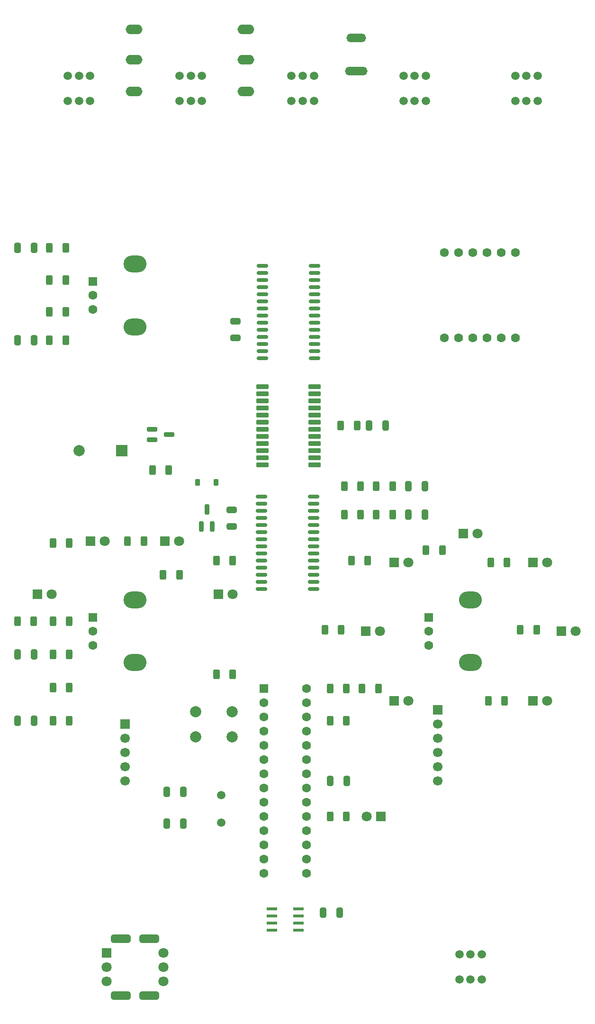
<source format=gbr>
%TF.GenerationSoftware,KiCad,Pcbnew,9.0.6*%
%TF.CreationDate,2026-02-15T15:46:47-05:00*%
%TF.ProjectId,Darkroom Timer,4461726b-726f-46f6-9d20-54696d65722e,rev?*%
%TF.SameCoordinates,Original*%
%TF.FileFunction,Soldermask,Top*%
%TF.FilePolarity,Negative*%
%FSLAX46Y46*%
G04 Gerber Fmt 4.6, Leading zero omitted, Abs format (unit mm)*
G04 Created by KiCad (PCBNEW 9.0.6) date 2026-02-15 15:46:47*
%MOMM*%
%LPD*%
G01*
G04 APERTURE LIST*
G04 Aperture macros list*
%AMRoundRect*
0 Rectangle with rounded corners*
0 $1 Rounding radius*
0 $2 $3 $4 $5 $6 $7 $8 $9 X,Y pos of 4 corners*
0 Add a 4 corners polygon primitive as box body*
4,1,4,$2,$3,$4,$5,$6,$7,$8,$9,$2,$3,0*
0 Add four circle primitives for the rounded corners*
1,1,$1+$1,$2,$3*
1,1,$1+$1,$4,$5*
1,1,$1+$1,$6,$7*
1,1,$1+$1,$8,$9*
0 Add four rect primitives between the rounded corners*
20,1,$1+$1,$2,$3,$4,$5,0*
20,1,$1+$1,$4,$5,$6,$7,0*
20,1,$1+$1,$6,$7,$8,$9,0*
20,1,$1+$1,$8,$9,$2,$3,0*%
G04 Aperture macros list end*
%ADD10RoundRect,0.250000X-0.325000X-0.650000X0.325000X-0.650000X0.325000X0.650000X-0.325000X0.650000X0*%
%ADD11C,1.498600*%
%ADD12R,1.800000X1.800000*%
%ADD13C,1.800000*%
%ADD14RoundRect,0.250000X0.312500X0.625000X-0.312500X0.625000X-0.312500X-0.625000X0.312500X-0.625000X0*%
%ADD15RoundRect,0.200000X0.200000X-0.750000X0.200000X0.750000X-0.200000X0.750000X-0.200000X-0.750000X0*%
%ADD16RoundRect,0.250000X-0.312500X-0.625000X0.312500X-0.625000X0.312500X0.625000X-0.312500X0.625000X0*%
%ADD17O,3.008000X1.708000*%
%ADD18R,2.000000X2.000000*%
%ADD19C,2.000000*%
%ADD20RoundRect,0.250000X0.650000X-0.325000X0.650000X0.325000X-0.650000X0.325000X-0.650000X-0.325000X0*%
%ADD21O,4.013200X1.498600*%
%ADD22O,3.505200X1.498600*%
%ADD23RoundRect,0.099250X-1.027750X-0.297750X1.027750X-0.297750X1.027750X0.297750X-1.027750X0.297750X0*%
%ADD24RoundRect,0.250000X-0.550000X-0.550000X0.550000X-0.550000X0.550000X0.550000X-0.550000X0.550000X0*%
%ADD25C,1.600000*%
%ADD26O,4.100000X3.000000*%
%ADD27RoundRect,0.150000X-0.875000X-0.150000X0.875000X-0.150000X0.875000X0.150000X-0.875000X0.150000X0*%
%ADD28C,1.500000*%
%ADD29RoundRect,0.225000X0.225000X0.375000X-0.225000X0.375000X-0.225000X-0.375000X0.225000X-0.375000X0*%
%ADD30R,1.700000X1.700000*%
%ADD31C,1.700000*%
%ADD32RoundRect,0.250000X0.325000X0.650000X-0.325000X0.650000X-0.325000X-0.650000X0.325000X-0.650000X0*%
%ADD33RoundRect,0.375000X-1.375000X-0.375000X1.375000X-0.375000X1.375000X0.375000X-1.375000X0.375000X0*%
%ADD34R,1.981200X0.558800*%
%ADD35RoundRect,0.150000X0.875000X0.150000X-0.875000X0.150000X-0.875000X-0.150000X0.875000X-0.150000X0*%
%ADD36C,1.604000*%
%ADD37RoundRect,0.200000X-0.750000X-0.200000X0.750000X-0.200000X0.750000X0.200000X-0.750000X0.200000X0*%
%ADD38RoundRect,0.250000X-0.650000X0.325000X-0.650000X-0.325000X0.650000X-0.325000X0.650000X0.325000X0*%
G04 APERTURE END LIST*
D10*
%TO.C,C10*%
X98855000Y-106045000D03*
X101805000Y-106045000D03*
%TD*%
D11*
%TO.C,SW8*%
X98000000Y-32749999D03*
X100000000Y-32749999D03*
X102000001Y-32749999D03*
X98000000Y-37250000D03*
X100000000Y-37250000D03*
X102000001Y-37250000D03*
%TD*%
D10*
%TO.C,C5*%
X83615000Y-182245000D03*
X86565000Y-182245000D03*
%TD*%
D12*
%TO.C,D13*%
X93980000Y-165100000D03*
D13*
X91440000Y-165100000D03*
%TD*%
D14*
%TO.C,R10*%
X121792500Y-131760000D03*
X118867500Y-131760000D03*
%TD*%
D15*
%TO.C,Q3*%
X61915000Y-113260000D03*
X63815000Y-113260000D03*
X62865000Y-110260000D03*
%TD*%
D16*
%TO.C,R20*%
X34732500Y-74930000D03*
X37657500Y-74930000D03*
%TD*%
D17*
%TO.C,J1*%
X49845000Y-24445000D03*
X49845000Y-29845000D03*
X49845000Y-35544999D03*
%TD*%
D11*
%TO.C,SW6*%
X58000000Y-32749999D03*
X60000000Y-32749999D03*
X62000001Y-32749999D03*
X58000000Y-37250000D03*
X60000000Y-37250000D03*
X62000001Y-37250000D03*
%TD*%
D16*
%TO.C,R14*%
X84897500Y-165100000D03*
X87822500Y-165100000D03*
%TD*%
D14*
%TO.C,R9*%
X116520000Y-119695000D03*
X113595000Y-119695000D03*
%TD*%
D16*
%TO.C,R24*%
X35367500Y-130175000D03*
X38292500Y-130175000D03*
%TD*%
D10*
%TO.C,C1*%
X91870000Y-95250000D03*
X94820000Y-95250000D03*
%TD*%
D14*
%TO.C,R16*%
X87822500Y-147955000D03*
X84897500Y-147955000D03*
%TD*%
D18*
%TO.C,BZ1*%
X47625000Y-99695000D03*
D19*
X40025000Y-99695000D03*
%TD*%
D20*
%TO.C,C2*%
X67310000Y-113235000D03*
X67310000Y-110285000D03*
%TD*%
D16*
%TO.C,R12*%
X86802500Y-95250000D03*
X89727500Y-95250000D03*
%TD*%
D21*
%TO.C,J3*%
X89535000Y-31944201D03*
D22*
X89535000Y-25944200D03*
%TD*%
D19*
%TO.C,SW11*%
X60885000Y-146340000D03*
X67385000Y-146340000D03*
X60885000Y-150840000D03*
X67385000Y-150840000D03*
%TD*%
D23*
%TO.C,U4*%
X72815000Y-88265000D03*
X72815000Y-89535000D03*
X72815000Y-90805000D03*
X72815000Y-92075000D03*
X72815000Y-93345000D03*
X72815000Y-94615000D03*
X72815000Y-95885000D03*
X72815000Y-97155000D03*
X72815000Y-98425000D03*
X72815000Y-99695000D03*
X72815000Y-100965000D03*
X72815000Y-102235000D03*
X82125000Y-102235000D03*
X82125000Y-100965000D03*
X82125000Y-99695000D03*
X82125000Y-98425000D03*
X82125000Y-97155000D03*
X82125000Y-95885000D03*
X82125000Y-94615000D03*
X82125000Y-93345000D03*
X82125000Y-92075000D03*
X82125000Y-90805000D03*
X82125000Y-89535000D03*
X82125000Y-88265000D03*
%TD*%
D14*
%TO.C,R2*%
X38292500Y-116205000D03*
X35367500Y-116205000D03*
%TD*%
D24*
%TO.C,SW1*%
X42500000Y-69500000D03*
D25*
X42500000Y-74500000D03*
X42500000Y-72000000D03*
D26*
X50000000Y-66400000D03*
X50000000Y-77600000D03*
%TD*%
D16*
%TO.C,R30*%
X64577500Y-119380000D03*
X67502500Y-119380000D03*
%TD*%
D11*
%TO.C,SW10*%
X108000000Y-189749999D03*
X110000000Y-189749999D03*
X112000001Y-189749999D03*
X108000000Y-194250000D03*
X110000000Y-194250000D03*
X112000001Y-194250000D03*
%TD*%
D12*
%TO.C,D9*%
X121115000Y-119700000D03*
D13*
X123655000Y-119700000D03*
%TD*%
D12*
%TO.C,D11*%
X121150000Y-144400000D03*
D13*
X123690000Y-144400000D03*
%TD*%
D14*
%TO.C,R27*%
X96077500Y-111125000D03*
X93152500Y-111125000D03*
%TD*%
%TO.C,R5*%
X93537500Y-142240000D03*
X90612500Y-142240000D03*
%TD*%
%TO.C,R4*%
X57977500Y-121920000D03*
X55052500Y-121920000D03*
%TD*%
%TO.C,R11*%
X116077500Y-144460000D03*
X113152500Y-144460000D03*
%TD*%
D16*
%TO.C,R17*%
X53147500Y-103180000D03*
X56072500Y-103180000D03*
%TD*%
D17*
%TO.C,J5*%
X69850000Y-24445000D03*
X69850000Y-29845000D03*
X69850000Y-35544999D03*
%TD*%
D27*
%TO.C,U1*%
X72820000Y-66675000D03*
X72820000Y-67945000D03*
X72820000Y-69215000D03*
X72820000Y-70485000D03*
X72820000Y-71755000D03*
X72820000Y-73025000D03*
X72820000Y-74295000D03*
X72820000Y-75565000D03*
X72820000Y-76835000D03*
X72820000Y-78105000D03*
X72820000Y-79375000D03*
X72820000Y-80645000D03*
X72820000Y-81915000D03*
X72820000Y-83185000D03*
X82120000Y-83185000D03*
X82120000Y-81915000D03*
X82120000Y-80645000D03*
X82120000Y-79375000D03*
X82120000Y-78105000D03*
X82120000Y-76835000D03*
X82120000Y-75565000D03*
X82120000Y-74295000D03*
X82120000Y-73025000D03*
X82120000Y-71755000D03*
X82120000Y-70485000D03*
X82120000Y-69215000D03*
X82120000Y-67945000D03*
X82120000Y-66675000D03*
%TD*%
D12*
%TO.C,D10*%
X126245000Y-132000000D03*
D13*
X128785000Y-132000000D03*
%TD*%
D16*
%TO.C,R25*%
X35367500Y-142028333D03*
X38292500Y-142028333D03*
%TD*%
D12*
%TO.C,D4*%
X64900000Y-125400000D03*
D13*
X67440000Y-125400000D03*
%TD*%
D14*
%TO.C,R1*%
X31942500Y-130175000D03*
X29017500Y-130175000D03*
%TD*%
%TO.C,R8*%
X104967500Y-117475000D03*
X102042500Y-117475000D03*
%TD*%
D28*
%TO.C,Y2*%
X65405000Y-161290000D03*
X65405000Y-166170000D03*
%TD*%
D29*
%TO.C,D12*%
X64515000Y-105410000D03*
X61215000Y-105410000D03*
%TD*%
D16*
%TO.C,R18*%
X34732500Y-63500000D03*
X37657500Y-63500000D03*
%TD*%
D30*
%TO.C,J2*%
X48260000Y-148590000D03*
D31*
X48260000Y-151130000D03*
X48260000Y-153670000D03*
X48260000Y-156210000D03*
X48260000Y-158750000D03*
%TD*%
D12*
%TO.C,D8*%
X108689039Y-114520000D03*
D13*
X111229039Y-114520000D03*
%TD*%
D12*
%TO.C,D1*%
X32610000Y-125400000D03*
D13*
X35150000Y-125400000D03*
%TD*%
D14*
%TO.C,R7*%
X91632500Y-119380000D03*
X88707500Y-119380000D03*
%TD*%
D32*
%TO.C,C6*%
X31955000Y-80010000D03*
X29005000Y-80010000D03*
%TD*%
%TO.C,C9*%
X31955000Y-147955000D03*
X29005000Y-147955000D03*
%TD*%
D16*
%TO.C,R22*%
X35367500Y-136101667D03*
X38292500Y-136101667D03*
%TD*%
D12*
%TO.C,SW4*%
X44920000Y-189450000D03*
D13*
X55080000Y-189450000D03*
X55080000Y-191990000D03*
X55080000Y-194530000D03*
X44920000Y-194530000D03*
X44920000Y-191990000D03*
D33*
X47460000Y-186910000D03*
X47460000Y-197070000D03*
X52540000Y-186910000D03*
X52540000Y-197070000D03*
%TD*%
D16*
%TO.C,R28*%
X87437500Y-106045000D03*
X90362500Y-106045000D03*
%TD*%
D12*
%TO.C,D2*%
X42110000Y-115900000D03*
D13*
X44650000Y-115900000D03*
%TD*%
D32*
%TO.C,C13*%
X58625000Y-160655000D03*
X55675000Y-160655000D03*
%TD*%
D34*
%TO.C,U5*%
X74472800Y-181610000D03*
X74472800Y-182880000D03*
X74472800Y-184150000D03*
X74472800Y-185420000D03*
X79197200Y-185420000D03*
X79197200Y-184150000D03*
X79197200Y-182880000D03*
X79197200Y-181610000D03*
%TD*%
D16*
%TO.C,R13*%
X64577500Y-139700000D03*
X67502500Y-139700000D03*
%TD*%
D35*
%TO.C,U2*%
X81915000Y-124460000D03*
X81915000Y-123190000D03*
X81915000Y-121920000D03*
X81915000Y-120650000D03*
X81915000Y-119380000D03*
X81915000Y-118110000D03*
X81915000Y-116840000D03*
X81915000Y-115570000D03*
X81915000Y-114300000D03*
X81915000Y-113030000D03*
X81915000Y-111760000D03*
X81915000Y-110490000D03*
X81915000Y-109220000D03*
X81915000Y-107950000D03*
X72615000Y-107950000D03*
X72615000Y-109220000D03*
X72615000Y-110490000D03*
X72615000Y-111760000D03*
X72615000Y-113030000D03*
X72615000Y-114300000D03*
X72615000Y-115570000D03*
X72615000Y-116840000D03*
X72615000Y-118110000D03*
X72615000Y-119380000D03*
X72615000Y-120650000D03*
X72615000Y-121920000D03*
X72615000Y-123190000D03*
X72615000Y-124460000D03*
%TD*%
D24*
%TO.C,SW3*%
X102500000Y-129500000D03*
D25*
X102500000Y-134500000D03*
X102500000Y-132000000D03*
D26*
X110000000Y-126400000D03*
X110000000Y-137600000D03*
%TD*%
D36*
%TO.C,DS1*%
X105300000Y-79620000D03*
X107840000Y-79620000D03*
X110380000Y-79620000D03*
X112920000Y-79620000D03*
X115460000Y-79620000D03*
X118000000Y-79620000D03*
X118000000Y-64380000D03*
X115460000Y-64380000D03*
X112920000Y-64380000D03*
X110380000Y-64380000D03*
X107840000Y-64380000D03*
X105300000Y-64380000D03*
%TD*%
D11*
%TO.C,SW5*%
X38000000Y-32749999D03*
X40000000Y-32749999D03*
X42000001Y-32749999D03*
X38000000Y-37250000D03*
X40000000Y-37250000D03*
X42000001Y-37250000D03*
%TD*%
D12*
%TO.C,D7*%
X96335000Y-119700000D03*
D13*
X98875000Y-119700000D03*
%TD*%
D12*
%TO.C,D3*%
X55400000Y-115900000D03*
D13*
X57940000Y-115900000D03*
%TD*%
D14*
%TO.C,R3*%
X51627500Y-115885000D03*
X48702500Y-115885000D03*
%TD*%
D11*
%TO.C,SW9*%
X118000000Y-32749999D03*
X120000000Y-32749999D03*
X122000001Y-32749999D03*
X118000000Y-37250000D03*
X120000000Y-37250000D03*
X122000001Y-37250000D03*
%TD*%
D30*
%TO.C,J4*%
X104140000Y-146050000D03*
D31*
X104140000Y-148590000D03*
X104140000Y-151130000D03*
X104140000Y-153670000D03*
X104140000Y-156210000D03*
X104140000Y-158750000D03*
%TD*%
D14*
%TO.C,R26*%
X96077500Y-106045000D03*
X93152500Y-106045000D03*
%TD*%
D32*
%TO.C,C7*%
X31955000Y-63500000D03*
X29005000Y-63500000D03*
%TD*%
D37*
%TO.C,Q1*%
X53110000Y-95880000D03*
X53110000Y-97780000D03*
X56110000Y-96830000D03*
%TD*%
D10*
%TO.C,C12*%
X98855000Y-111125000D03*
X101805000Y-111125000D03*
%TD*%
D38*
%TO.C,C3*%
X67945000Y-76630000D03*
X67945000Y-79580000D03*
%TD*%
D32*
%TO.C,C8*%
X31955000Y-136101667D03*
X29005000Y-136101667D03*
%TD*%
D16*
%TO.C,R23*%
X35367500Y-147955000D03*
X38292500Y-147955000D03*
%TD*%
D12*
%TO.C,D6*%
X91255000Y-132000000D03*
D13*
X93795000Y-132000000D03*
%TD*%
D16*
%TO.C,R19*%
X34732500Y-80010000D03*
X37657500Y-80010000D03*
%TD*%
D12*
%TO.C,D5*%
X96350000Y-144400000D03*
D13*
X98890000Y-144400000D03*
%TD*%
D10*
%TO.C,C4*%
X84885000Y-158750000D03*
X87835000Y-158750000D03*
%TD*%
D24*
%TO.C,SW2*%
X42500000Y-129500000D03*
D25*
X42500000Y-134500000D03*
X42500000Y-132000000D03*
D26*
X50000000Y-126400000D03*
X50000000Y-137600000D03*
%TD*%
D32*
%TO.C,C11*%
X58625000Y-166370000D03*
X55675000Y-166370000D03*
%TD*%
D16*
%TO.C,R21*%
X34732500Y-69215000D03*
X37657500Y-69215000D03*
%TD*%
D14*
%TO.C,R15*%
X87822500Y-142240000D03*
X84897500Y-142240000D03*
%TD*%
D16*
%TO.C,R29*%
X87437500Y-111125000D03*
X90362500Y-111125000D03*
%TD*%
D24*
%TO.C,U3*%
X73025000Y-142240000D03*
D25*
X73025000Y-144780000D03*
X73025000Y-147320000D03*
X73025000Y-149860000D03*
X73025000Y-152400000D03*
X73025000Y-154940000D03*
X73025000Y-157480000D03*
X73025000Y-160020000D03*
X73025000Y-162560000D03*
X73025000Y-165100000D03*
X73025000Y-167640000D03*
X73025000Y-170180000D03*
X73025000Y-172720000D03*
X73025000Y-175260000D03*
X80645000Y-175260000D03*
X80645000Y-172720000D03*
X80645000Y-170180000D03*
X80645000Y-167640000D03*
X80645000Y-165100000D03*
X80645000Y-162560000D03*
X80645000Y-160020000D03*
X80645000Y-157480000D03*
X80645000Y-154940000D03*
X80645000Y-152400000D03*
X80645000Y-149860000D03*
X80645000Y-147320000D03*
X80645000Y-144780000D03*
X80645000Y-142240000D03*
%TD*%
D11*
%TO.C,SW7*%
X78000000Y-32749999D03*
X80000000Y-32749999D03*
X82000001Y-32749999D03*
X78000000Y-37250000D03*
X80000000Y-37250000D03*
X82000001Y-37250000D03*
%TD*%
D14*
%TO.C,R6*%
X86867500Y-131760000D03*
X83942500Y-131760000D03*
%TD*%
M02*

</source>
